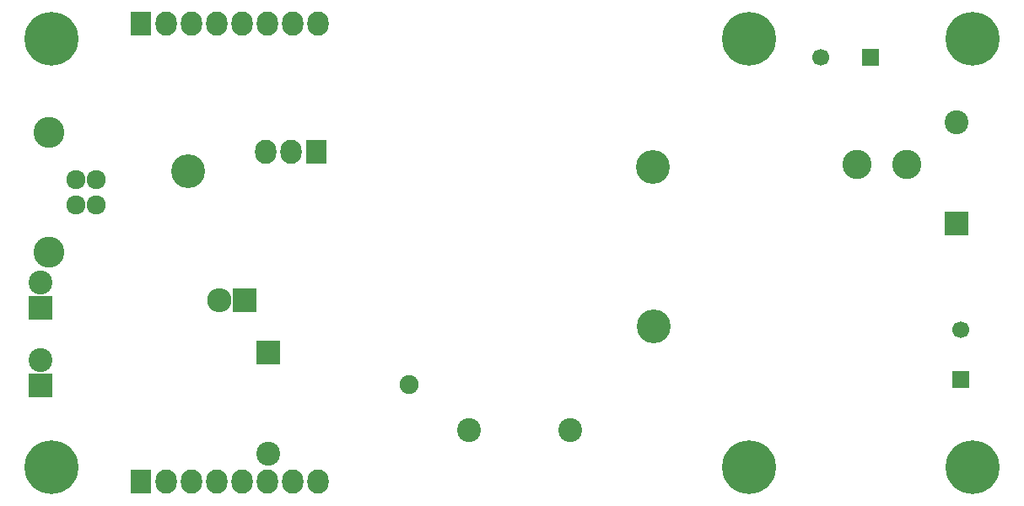
<source format=gbs>
G04 #@! TF.FileFunction,Soldermask,Bot*
%FSLAX46Y46*%
G04 Gerber Fmt 4.6, Leading zero omitted, Abs format (unit mm)*
G04 Created by KiCad (PCBNEW 4.0.0-stable) date 2/11/2016 12:20:55 PM*
%MOMM*%
G01*
G04 APERTURE LIST*
%ADD10C,0.100000*%
%ADD11C,5.400000*%
%ADD12R,1.700000X1.700000*%
%ADD13C,1.700000*%
%ADD14R,2.400000X2.400000*%
%ADD15C,2.400000*%
%ADD16C,2.398980*%
%ADD17R,2.398980X2.398980*%
%ADD18C,2.940000*%
%ADD19C,1.901140*%
%ADD20R,2.432000X2.432000*%
%ADD21O,2.432000X2.432000*%
%ADD22R,2.127200X2.432000*%
%ADD23O,2.127200X2.432000*%
%ADD24C,1.924000*%
%ADD25C,3.100020*%
%ADD26C,3.400000*%
G04 APERTURE END LIST*
D10*
D11*
X73500000Y-3500000D03*
X3500000Y-3500000D03*
X3500000Y-46500000D03*
X73500000Y-46500000D03*
X96000000Y-46500000D03*
X96000000Y-3500000D03*
D12*
X85700000Y-5400000D03*
D13*
X80700000Y-5400000D03*
D12*
X94800000Y-37700000D03*
D13*
X94800000Y-32700000D03*
D14*
X2400000Y-38300000D03*
D15*
X2400000Y-35760000D03*
D14*
X2400000Y-30500000D03*
D15*
X2400000Y-27960000D03*
D16*
X25302540Y-45160000D03*
D17*
X25302540Y-35000000D03*
D16*
X94397460Y-11940000D03*
D17*
X94397460Y-22100000D03*
D18*
X84400640Y-16100000D03*
X89399360Y-16100000D03*
D19*
X39400000Y-38200000D03*
D20*
X22900000Y-29800000D03*
D21*
X20360000Y-29800000D03*
D22*
X12500000Y-2000000D03*
D23*
X15040000Y-2000000D03*
X17580000Y-2000000D03*
X20120000Y-2000000D03*
X22660000Y-2000000D03*
X25200000Y-2000000D03*
X27740000Y-2000000D03*
X30280000Y-2000000D03*
D24*
X8000000Y-17660000D03*
X8000000Y-20200000D03*
X6001020Y-20200000D03*
X6001020Y-17660000D03*
D25*
X3301000Y-12930520D03*
X3301000Y-24929480D03*
D22*
X30100000Y-14900000D03*
D23*
X27560000Y-14900000D03*
X25020000Y-14900000D03*
D26*
X17200000Y-16800000D03*
X63900000Y-16400000D03*
X64000000Y-32400000D03*
D22*
X12500000Y-48000000D03*
D23*
X15040000Y-48000000D03*
X17580000Y-48000000D03*
X20120000Y-48000000D03*
X22660000Y-48000000D03*
X25200000Y-48000000D03*
X27740000Y-48000000D03*
X30280000Y-48000000D03*
D16*
X55600000Y-42800000D03*
X45440000Y-42800000D03*
M02*

</source>
